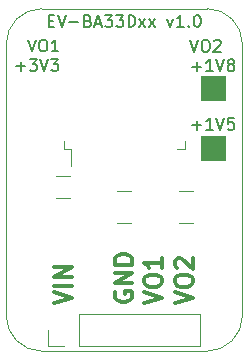
<source format=gbr>
G04 #@! TF.GenerationSoftware,KiCad,Pcbnew,5.1.6-c6e7f7d~86~ubuntu20.04.1*
G04 #@! TF.CreationDate,2020-05-17T01:00:28+03:00*
G04 #@! TF.ProjectId,EV-BA33Dxx,45562d42-4133-4334-9478-782e6b696361,v1.0*
G04 #@! TF.SameCoordinates,Original*
G04 #@! TF.FileFunction,Legend,Top*
G04 #@! TF.FilePolarity,Positive*
%FSLAX46Y46*%
G04 Gerber Fmt 4.6, Leading zero omitted, Abs format (unit mm)*
G04 Created by KiCad (PCBNEW 5.1.6-c6e7f7d~86~ubuntu20.04.1) date 2020-05-17 01:00:28*
%MOMM*%
%LPD*%
G01*
G04 APERTURE LIST*
%ADD10C,0.150000*%
%ADD11C,0.100000*%
G04 #@! TA.AperFunction,Profile*
%ADD12C,0.050000*%
G04 #@! TD*
%ADD13C,0.300000*%
%ADD14C,0.120000*%
G04 APERTURE END LIST*
D10*
X53595238Y-51028571D02*
X53928571Y-51028571D01*
X54071428Y-51552380D02*
X53595238Y-51552380D01*
X53595238Y-50552380D01*
X54071428Y-50552380D01*
X54357142Y-50552380D02*
X54690476Y-51552380D01*
X55023809Y-50552380D01*
X55357142Y-51171428D02*
X56119047Y-51171428D01*
X56928571Y-51028571D02*
X57071428Y-51076190D01*
X57119047Y-51123809D01*
X57166666Y-51219047D01*
X57166666Y-51361904D01*
X57119047Y-51457142D01*
X57071428Y-51504761D01*
X56976190Y-51552380D01*
X56595238Y-51552380D01*
X56595238Y-50552380D01*
X56928571Y-50552380D01*
X57023809Y-50600000D01*
X57071428Y-50647619D01*
X57119047Y-50742857D01*
X57119047Y-50838095D01*
X57071428Y-50933333D01*
X57023809Y-50980952D01*
X56928571Y-51028571D01*
X56595238Y-51028571D01*
X57547619Y-51266666D02*
X58023809Y-51266666D01*
X57452380Y-51552380D02*
X57785714Y-50552380D01*
X58119047Y-51552380D01*
X58357142Y-50552380D02*
X58976190Y-50552380D01*
X58642857Y-50933333D01*
X58785714Y-50933333D01*
X58880952Y-50980952D01*
X58928571Y-51028571D01*
X58976190Y-51123809D01*
X58976190Y-51361904D01*
X58928571Y-51457142D01*
X58880952Y-51504761D01*
X58785714Y-51552380D01*
X58500000Y-51552380D01*
X58404761Y-51504761D01*
X58357142Y-51457142D01*
X59309523Y-50552380D02*
X59928571Y-50552380D01*
X59595238Y-50933333D01*
X59738095Y-50933333D01*
X59833333Y-50980952D01*
X59880952Y-51028571D01*
X59928571Y-51123809D01*
X59928571Y-51361904D01*
X59880952Y-51457142D01*
X59833333Y-51504761D01*
X59738095Y-51552380D01*
X59452380Y-51552380D01*
X59357142Y-51504761D01*
X59309523Y-51457142D01*
X60357142Y-51552380D02*
X60357142Y-50552380D01*
X60595238Y-50552380D01*
X60738095Y-50600000D01*
X60833333Y-50695238D01*
X60880952Y-50790476D01*
X60928571Y-50980952D01*
X60928571Y-51123809D01*
X60880952Y-51314285D01*
X60833333Y-51409523D01*
X60738095Y-51504761D01*
X60595238Y-51552380D01*
X60357142Y-51552380D01*
X61261904Y-51552380D02*
X61785714Y-50885714D01*
X61261904Y-50885714D02*
X61785714Y-51552380D01*
X62071428Y-51552380D02*
X62595238Y-50885714D01*
X62071428Y-50885714D02*
X62595238Y-51552380D01*
X63642857Y-50885714D02*
X63880952Y-51552380D01*
X64119047Y-50885714D01*
X65023809Y-51552380D02*
X64452380Y-51552380D01*
X64738095Y-51552380D02*
X64738095Y-50552380D01*
X64642857Y-50695238D01*
X64547619Y-50790476D01*
X64452380Y-50838095D01*
X65452380Y-51457142D02*
X65500000Y-51504761D01*
X65452380Y-51552380D01*
X65404761Y-51504761D01*
X65452380Y-51457142D01*
X65452380Y-51552380D01*
X66119047Y-50552380D02*
X66214285Y-50552380D01*
X66309523Y-50600000D01*
X66357142Y-50647619D01*
X66404761Y-50742857D01*
X66452380Y-50933333D01*
X66452380Y-51171428D01*
X66404761Y-51361904D01*
X66357142Y-51457142D01*
X66309523Y-51504761D01*
X66214285Y-51552380D01*
X66119047Y-51552380D01*
X66023809Y-51504761D01*
X65976190Y-51457142D01*
X65928571Y-51361904D01*
X65880952Y-51171428D01*
X65880952Y-50933333D01*
X65928571Y-50742857D01*
X65976190Y-50647619D01*
X66023809Y-50600000D01*
X66119047Y-50552380D01*
D11*
G36*
X68500000Y-62800000D02*
G01*
X66500000Y-62800000D01*
X66500000Y-60800000D01*
X68500000Y-60800000D01*
X68500000Y-62800000D01*
G37*
X68500000Y-62800000D02*
X66500000Y-62800000D01*
X66500000Y-60800000D01*
X68500000Y-60800000D01*
X68500000Y-62800000D01*
G36*
X68500000Y-57700000D02*
G01*
X66500000Y-57700000D01*
X66500000Y-55700000D01*
X68500000Y-55700000D01*
X68500000Y-57700000D01*
G37*
X68500000Y-57700000D02*
X66500000Y-57700000D01*
X66500000Y-55700000D01*
X68500000Y-55700000D01*
X68500000Y-57700000D01*
D12*
X53000000Y-79000000D02*
G75*
G02*
X50000000Y-76000000I0J3000000D01*
G01*
X50000000Y-53000000D02*
G75*
G02*
X53000000Y-50000000I3000000J0D01*
G01*
X67000000Y-50000000D02*
G75*
G02*
X70000000Y-53000000I0J-3000000D01*
G01*
X70000000Y-76000000D02*
G75*
G02*
X67000000Y-79000000I-3000000J0D01*
G01*
X50000000Y-76000000D02*
X50000000Y-53000000D01*
X67000000Y-79000000D02*
X53000000Y-79000000D01*
X70000000Y-53000000D02*
X70000000Y-76000000D01*
D10*
X65592738Y-52652380D02*
X65926071Y-53652380D01*
X66259404Y-52652380D01*
X66783214Y-52652380D02*
X66973690Y-52652380D01*
X67068928Y-52700000D01*
X67164166Y-52795238D01*
X67211785Y-52985714D01*
X67211785Y-53319047D01*
X67164166Y-53509523D01*
X67068928Y-53604761D01*
X66973690Y-53652380D01*
X66783214Y-53652380D01*
X66687976Y-53604761D01*
X66592738Y-53509523D01*
X66545119Y-53319047D01*
X66545119Y-52985714D01*
X66592738Y-52795238D01*
X66687976Y-52700000D01*
X66783214Y-52652380D01*
X67592738Y-52747619D02*
X67640357Y-52700000D01*
X67735595Y-52652380D01*
X67973690Y-52652380D01*
X68068928Y-52700000D01*
X68116547Y-52747619D01*
X68164166Y-52842857D01*
X68164166Y-52938095D01*
X68116547Y-53080952D01*
X67545119Y-53652380D01*
X68164166Y-53652380D01*
X65735595Y-54921428D02*
X66497500Y-54921428D01*
X66116547Y-55302380D02*
X66116547Y-54540476D01*
X67497500Y-55302380D02*
X66926071Y-55302380D01*
X67211785Y-55302380D02*
X67211785Y-54302380D01*
X67116547Y-54445238D01*
X67021309Y-54540476D01*
X66926071Y-54588095D01*
X67783214Y-54302380D02*
X68116547Y-55302380D01*
X68449880Y-54302380D01*
X68926071Y-54730952D02*
X68830833Y-54683333D01*
X68783214Y-54635714D01*
X68735595Y-54540476D01*
X68735595Y-54492857D01*
X68783214Y-54397619D01*
X68830833Y-54350000D01*
X68926071Y-54302380D01*
X69116547Y-54302380D01*
X69211785Y-54350000D01*
X69259404Y-54397619D01*
X69307023Y-54492857D01*
X69307023Y-54540476D01*
X69259404Y-54635714D01*
X69211785Y-54683333D01*
X69116547Y-54730952D01*
X68926071Y-54730952D01*
X68830833Y-54778571D01*
X68783214Y-54826190D01*
X68735595Y-54921428D01*
X68735595Y-55111904D01*
X68783214Y-55207142D01*
X68830833Y-55254761D01*
X68926071Y-55302380D01*
X69116547Y-55302380D01*
X69211785Y-55254761D01*
X69259404Y-55207142D01*
X69307023Y-55111904D01*
X69307023Y-54921428D01*
X69259404Y-54826190D01*
X69211785Y-54778571D01*
X69116547Y-54730952D01*
X65735595Y-59871428D02*
X66497500Y-59871428D01*
X66116547Y-60252380D02*
X66116547Y-59490476D01*
X67497500Y-60252380D02*
X66926071Y-60252380D01*
X67211785Y-60252380D02*
X67211785Y-59252380D01*
X67116547Y-59395238D01*
X67021309Y-59490476D01*
X66926071Y-59538095D01*
X67783214Y-59252380D02*
X68116547Y-60252380D01*
X68449880Y-59252380D01*
X69259404Y-59252380D02*
X68783214Y-59252380D01*
X68735595Y-59728571D01*
X68783214Y-59680952D01*
X68878452Y-59633333D01*
X69116547Y-59633333D01*
X69211785Y-59680952D01*
X69259404Y-59728571D01*
X69307023Y-59823809D01*
X69307023Y-60061904D01*
X69259404Y-60157142D01*
X69211785Y-60204761D01*
X69116547Y-60252380D01*
X68878452Y-60252380D01*
X68783214Y-60204761D01*
X68735595Y-60157142D01*
X51840595Y-52627380D02*
X52173928Y-53627380D01*
X52507261Y-52627380D01*
X53031071Y-52627380D02*
X53221547Y-52627380D01*
X53316785Y-52675000D01*
X53412023Y-52770238D01*
X53459642Y-52960714D01*
X53459642Y-53294047D01*
X53412023Y-53484523D01*
X53316785Y-53579761D01*
X53221547Y-53627380D01*
X53031071Y-53627380D01*
X52935833Y-53579761D01*
X52840595Y-53484523D01*
X52792976Y-53294047D01*
X52792976Y-52960714D01*
X52840595Y-52770238D01*
X52935833Y-52675000D01*
X53031071Y-52627380D01*
X54412023Y-53627380D02*
X53840595Y-53627380D01*
X54126309Y-53627380D02*
X54126309Y-52627380D01*
X54031071Y-52770238D01*
X53935833Y-52865476D01*
X53840595Y-52913095D01*
X50840595Y-54896428D02*
X51602500Y-54896428D01*
X51221547Y-55277380D02*
X51221547Y-54515476D01*
X51983452Y-54277380D02*
X52602500Y-54277380D01*
X52269166Y-54658333D01*
X52412023Y-54658333D01*
X52507261Y-54705952D01*
X52554880Y-54753571D01*
X52602500Y-54848809D01*
X52602500Y-55086904D01*
X52554880Y-55182142D01*
X52507261Y-55229761D01*
X52412023Y-55277380D01*
X52126309Y-55277380D01*
X52031071Y-55229761D01*
X51983452Y-55182142D01*
X52888214Y-54277380D02*
X53221547Y-55277380D01*
X53554880Y-54277380D01*
X53792976Y-54277380D02*
X54412023Y-54277380D01*
X54078690Y-54658333D01*
X54221547Y-54658333D01*
X54316785Y-54705952D01*
X54364404Y-54753571D01*
X54412023Y-54848809D01*
X54412023Y-55086904D01*
X54364404Y-55182142D01*
X54316785Y-55229761D01*
X54221547Y-55277380D01*
X53935833Y-55277380D01*
X53840595Y-55229761D01*
X53792976Y-55182142D01*
D13*
X64278571Y-74962142D02*
X65778571Y-74462142D01*
X64278571Y-73962142D01*
X64278571Y-73176428D02*
X64278571Y-72890714D01*
X64350000Y-72747857D01*
X64492857Y-72605000D01*
X64778571Y-72533571D01*
X65278571Y-72533571D01*
X65564285Y-72605000D01*
X65707142Y-72747857D01*
X65778571Y-72890714D01*
X65778571Y-73176428D01*
X65707142Y-73319285D01*
X65564285Y-73462142D01*
X65278571Y-73533571D01*
X64778571Y-73533571D01*
X64492857Y-73462142D01*
X64350000Y-73319285D01*
X64278571Y-73176428D01*
X64421428Y-71962142D02*
X64350000Y-71890714D01*
X64278571Y-71747857D01*
X64278571Y-71390714D01*
X64350000Y-71247857D01*
X64421428Y-71176428D01*
X64564285Y-71105000D01*
X64707142Y-71105000D01*
X64921428Y-71176428D01*
X65778571Y-72033571D01*
X65778571Y-71105000D01*
X61678571Y-74962142D02*
X63178571Y-74462142D01*
X61678571Y-73962142D01*
X61678571Y-73176428D02*
X61678571Y-72890714D01*
X61750000Y-72747857D01*
X61892857Y-72605000D01*
X62178571Y-72533571D01*
X62678571Y-72533571D01*
X62964285Y-72605000D01*
X63107142Y-72747857D01*
X63178571Y-72890714D01*
X63178571Y-73176428D01*
X63107142Y-73319285D01*
X62964285Y-73462142D01*
X62678571Y-73533571D01*
X62178571Y-73533571D01*
X61892857Y-73462142D01*
X61750000Y-73319285D01*
X61678571Y-73176428D01*
X63178571Y-71105000D02*
X63178571Y-71962142D01*
X63178571Y-71533571D02*
X61678571Y-71533571D01*
X61892857Y-71676428D01*
X62035714Y-71819285D01*
X62107142Y-71962142D01*
X59250000Y-73962142D02*
X59178571Y-74105000D01*
X59178571Y-74319285D01*
X59250000Y-74533571D01*
X59392857Y-74676428D01*
X59535714Y-74747857D01*
X59821428Y-74819285D01*
X60035714Y-74819285D01*
X60321428Y-74747857D01*
X60464285Y-74676428D01*
X60607142Y-74533571D01*
X60678571Y-74319285D01*
X60678571Y-74176428D01*
X60607142Y-73962142D01*
X60535714Y-73890714D01*
X60035714Y-73890714D01*
X60035714Y-74176428D01*
X60678571Y-73247857D02*
X59178571Y-73247857D01*
X60678571Y-72390714D01*
X59178571Y-72390714D01*
X60678571Y-71676428D02*
X59178571Y-71676428D01*
X59178571Y-71319285D01*
X59250000Y-71105000D01*
X59392857Y-70962142D01*
X59535714Y-70890714D01*
X59821428Y-70819285D01*
X60035714Y-70819285D01*
X60321428Y-70890714D01*
X60464285Y-70962142D01*
X60607142Y-71105000D01*
X60678571Y-71319285D01*
X60678571Y-71676428D01*
X54078571Y-74962142D02*
X55578571Y-74462142D01*
X54078571Y-73962142D01*
X55578571Y-73462142D02*
X54078571Y-73462142D01*
X55578571Y-72747857D02*
X54078571Y-72747857D01*
X55578571Y-71890714D01*
X54078571Y-71890714D01*
D12*
X53000000Y-50000000D02*
X67000000Y-50000000D01*
D14*
X54900000Y-61885000D02*
X54900000Y-61185000D01*
X55500000Y-61885000D02*
X54900000Y-61885000D01*
X55500000Y-63285000D02*
X55500000Y-61885000D01*
X65100000Y-61885000D02*
X64500000Y-61885000D01*
X65100000Y-61185000D02*
X65100000Y-61885000D01*
X66390000Y-78530000D02*
X66390000Y-75870000D01*
X56170000Y-78530000D02*
X66390000Y-78530000D01*
X56170000Y-75870000D02*
X66390000Y-75870000D01*
X56170000Y-78530000D02*
X56170000Y-75870000D01*
X54900000Y-78530000D02*
X53570000Y-78530000D01*
X53570000Y-78530000D02*
X53570000Y-77200000D01*
X60602064Y-68160000D02*
X59397936Y-68160000D01*
X60602064Y-65440000D02*
X59397936Y-65440000D01*
X64597936Y-65440000D02*
X65802064Y-65440000D01*
X64597936Y-68160000D02*
X65802064Y-68160000D01*
X55402064Y-66010000D02*
X54197936Y-66010000D01*
X55402064Y-64190000D02*
X54197936Y-64190000D01*
M02*

</source>
